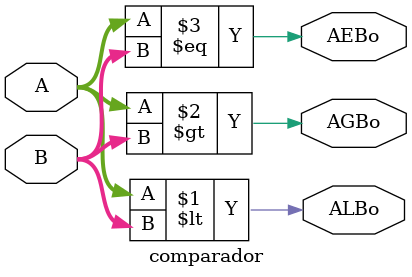
<source format=v>

module comparador (
    input [6:0] A,
    input [6:0] B,
    output ALBo,
    output AGBo,
    output AEBo
);

assign ALBo = (A < B);
assign AGBo = (A > B);
assign AEBo = (A == B);

endmodule
</source>
